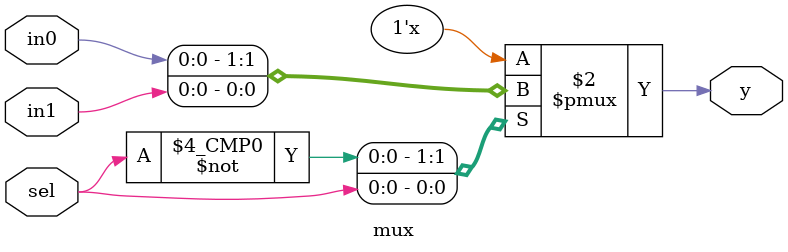
<source format=v>
module mux(y,in1,in0,sel);
output reg y;
input in1, in0, sel;
always@(in1,in0,sel)
 case(sel)
 1'b0: y=in0;
 1'b1: y=in1;
 endcase
endmodule
</source>
